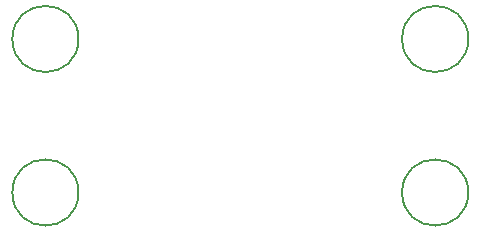
<source format=gbr>
%TF.GenerationSoftware,KiCad,Pcbnew,7.0.9*%
%TF.CreationDate,2024-10-15T17:03:29-06:00*%
%TF.ProjectId,howland,686f776c-616e-4642-9e6b-696361645f70,rev?*%
%TF.SameCoordinates,Original*%
%TF.FileFunction,Other,Comment*%
%FSLAX46Y46*%
G04 Gerber Fmt 4.6, Leading zero omitted, Abs format (unit mm)*
G04 Created by KiCad (PCBNEW 7.0.9) date 2024-10-15 17:03:29*
%MOMM*%
%LPD*%
G01*
G04 APERTURE LIST*
%ADD10C,0.150000*%
G04 APERTURE END LIST*
D10*
%TO.C,MH1*%
X105800000Y-84000000D02*
G75*
G03*
X105800000Y-84000000I-2800000J0D01*
G01*
%TO.C,MH2*%
X138800000Y-84000000D02*
G75*
G03*
X138800000Y-84000000I-2800000J0D01*
G01*
%TO.C,MH3*%
X105800000Y-97000000D02*
G75*
G03*
X105800000Y-97000000I-2800000J0D01*
G01*
%TO.C,MH4*%
X138800000Y-97000000D02*
G75*
G03*
X138800000Y-97000000I-2800000J0D01*
G01*
%TD*%
M02*

</source>
